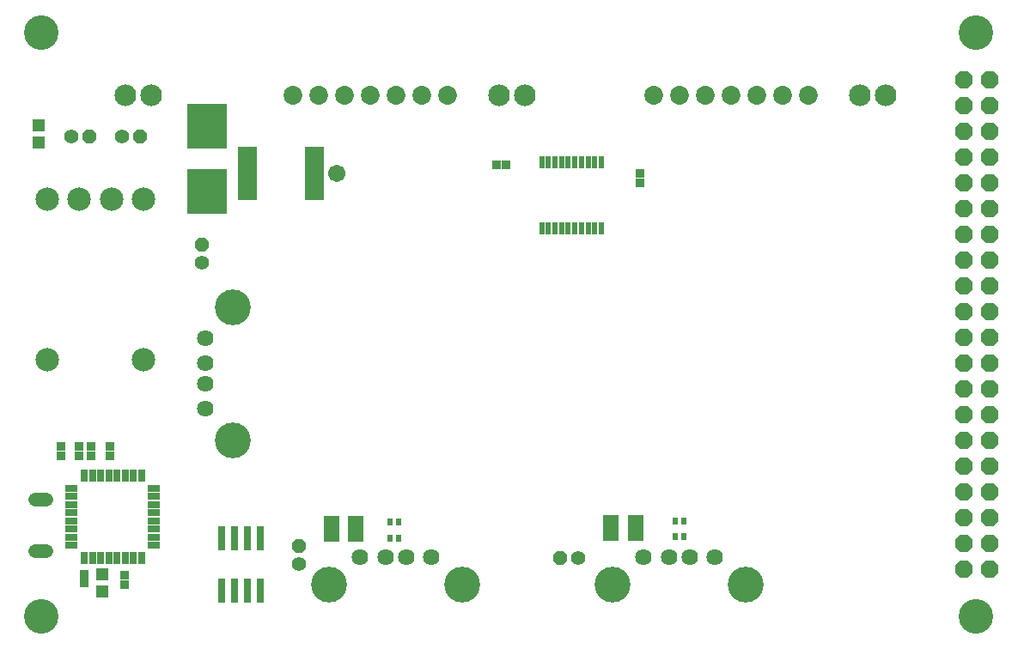
<source format=gts>
G75*
G70*
%OFA0B0*%
%FSLAX24Y24*%
%IPPOS*%
%LPD*%
%AMOC8*
5,1,8,0,0,1.08239X$1,22.5*
%
%ADD10C,0.1340*%
%ADD11C,0.0907*%
%ADD12OC8,0.0560*%
%ADD13C,0.0560*%
%ADD14R,0.0513X0.0474*%
%ADD15C,0.0730*%
%ADD16C,0.0840*%
%ADD17C,0.0640*%
%ADD18C,0.1390*%
%ADD19R,0.0237X0.0257*%
%ADD20R,0.0257X0.0474*%
%ADD21R,0.0474X0.0257*%
%ADD22R,0.0316X0.0946*%
%ADD23R,0.0474X0.0513*%
%ADD24R,0.0631X0.1025*%
%ADD25R,0.0336X0.0336*%
%ADD26OC8,0.0680*%
%ADD27R,0.1580X0.1749*%
%ADD28R,0.0198X0.0474*%
%ADD29R,0.0780X0.2080*%
%ADD30C,0.0520*%
%ADD31C,0.0671*%
D10*
X001834Y002943D03*
X001834Y025620D03*
X038094Y025620D03*
X038094Y002943D03*
D11*
X005797Y012898D03*
X002047Y012898D03*
X002047Y019148D03*
X003297Y019148D03*
X004547Y019148D03*
X005797Y019148D03*
D12*
X008055Y017387D03*
X005649Y021565D03*
X003680Y021565D03*
X011807Y005683D03*
X021957Y005191D03*
D13*
X022657Y005191D03*
X011807Y004983D03*
X008055Y016687D03*
X004949Y021565D03*
X002980Y021565D03*
D14*
X001704Y021333D03*
X001704Y022002D03*
D15*
X011574Y023183D03*
X012574Y023183D03*
X013574Y023183D03*
X014574Y023183D03*
X015574Y023183D03*
X016574Y023183D03*
X017574Y023183D03*
X025574Y023183D03*
X026574Y023183D03*
X027574Y023183D03*
X028574Y023183D03*
X029574Y023183D03*
X030574Y023183D03*
X031574Y023183D03*
D16*
X033574Y023183D03*
X034574Y023183D03*
X020574Y023183D03*
X019574Y023183D03*
X006074Y023183D03*
X005074Y023183D03*
D17*
X008186Y013739D03*
X008186Y012759D03*
X008186Y011969D03*
X008186Y010989D03*
X014199Y005253D03*
X015179Y005253D03*
X015969Y005253D03*
X016949Y005253D03*
X025199Y005253D03*
X026179Y005253D03*
X026969Y005253D03*
X027949Y005253D03*
D18*
X029159Y004183D03*
X023989Y004183D03*
X018159Y004183D03*
X012989Y004183D03*
X009256Y009779D03*
X009256Y014949D03*
D19*
X015366Y006595D03*
X015681Y006595D03*
X015681Y005984D03*
X015366Y005984D03*
X026429Y006028D03*
X026744Y006028D03*
X026744Y006638D03*
X026429Y006638D03*
D20*
X005704Y005191D03*
X005389Y005191D03*
X005074Y005191D03*
X004760Y005191D03*
X004445Y005191D03*
X004130Y005191D03*
X003815Y005191D03*
X003500Y005191D03*
X003500Y008419D03*
X003815Y008419D03*
X004130Y008419D03*
X004445Y008419D03*
X004760Y008419D03*
X005074Y008419D03*
X005389Y008419D03*
X005704Y008419D03*
D21*
X006197Y007908D03*
X006197Y007593D03*
X006197Y007278D03*
X006197Y006963D03*
X006197Y006648D03*
X006197Y006333D03*
X006197Y006018D03*
X006197Y005703D03*
X002968Y005703D03*
X002968Y006018D03*
X002968Y006333D03*
X002968Y006648D03*
X002968Y006963D03*
X002968Y007278D03*
X002968Y007593D03*
X002968Y007908D03*
D22*
X008824Y005982D03*
X009324Y005982D03*
X009824Y005982D03*
X010324Y005982D03*
X010324Y003935D03*
X009824Y003935D03*
X009324Y003935D03*
X008824Y003935D03*
D23*
X004197Y003908D03*
X004197Y004577D03*
D24*
X013071Y006345D03*
X014015Y006345D03*
X023925Y006384D03*
X024870Y006384D03*
D25*
X025063Y019774D03*
X025063Y020128D03*
X019846Y020463D03*
X019492Y020463D03*
X004472Y009537D03*
X004472Y009183D03*
X003763Y009183D03*
X003763Y009537D03*
X003291Y009537D03*
X003291Y009183D03*
X002582Y009183D03*
X002582Y009537D03*
X003488Y004577D03*
X003488Y004223D03*
X005063Y004183D03*
X005063Y004537D03*
D26*
X037634Y004782D03*
X038634Y004782D03*
X038634Y005782D03*
X038634Y006782D03*
X037634Y006782D03*
X037634Y005782D03*
X037634Y007782D03*
X038634Y007782D03*
X038634Y008782D03*
X038634Y009782D03*
X037634Y009782D03*
X037634Y008782D03*
X037634Y010782D03*
X038634Y010782D03*
X038634Y011782D03*
X037634Y011782D03*
X037634Y012782D03*
X038634Y012782D03*
X038634Y013782D03*
X037634Y013782D03*
X037634Y014782D03*
X038634Y014782D03*
X038634Y015782D03*
X037634Y015782D03*
X037634Y016782D03*
X038634Y016782D03*
X038634Y017782D03*
X037634Y017782D03*
X037634Y018782D03*
X038634Y018782D03*
X038634Y019782D03*
X037634Y019782D03*
X037634Y020782D03*
X038634Y020782D03*
X038634Y021782D03*
X038634Y022782D03*
X037634Y022782D03*
X037634Y021782D03*
X037634Y023782D03*
X038634Y023782D03*
D27*
X008252Y021959D03*
X008252Y019447D03*
D28*
X021244Y020581D03*
X021500Y020581D03*
X021756Y020581D03*
X022011Y020581D03*
X022267Y020581D03*
X022523Y020581D03*
X022779Y020581D03*
X023035Y020581D03*
X023291Y020581D03*
X023547Y020581D03*
X023547Y018022D03*
X023291Y018022D03*
X023035Y018022D03*
X022779Y018022D03*
X022523Y018022D03*
X022267Y018022D03*
X022011Y018022D03*
X021756Y018022D03*
X021500Y018022D03*
X021244Y018022D03*
D29*
X012421Y020132D03*
X009821Y020132D03*
D30*
X002015Y007486D02*
X001575Y007486D01*
X001575Y005486D02*
X002015Y005486D01*
D31*
X013291Y020148D03*
M02*

</source>
